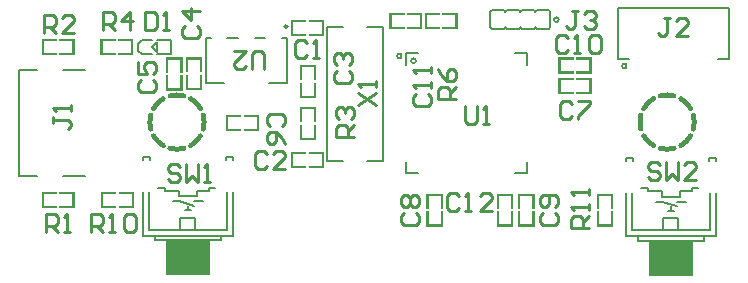
<source format=gto>
G04 Layer_Color=65535*
%FSLAX43Y43*%
%MOMM*%
G71*
G01*
G75*
%ADD21C,0.200*%
%ADD33C,0.400*%
%ADD34C,0.250*%
%ADD35C,0.254*%
G36*
X35175Y82950D02*
Y81750D01*
X33875D01*
Y81950D01*
X34975D01*
Y82950D01*
X33875D01*
Y83150D01*
X35175D01*
Y82950D01*
D02*
G37*
G36*
X49750Y86325D02*
X48650D01*
Y85325D01*
X49750D01*
Y85125D01*
X48450D01*
Y85325D01*
Y86325D01*
Y86525D01*
X49750D01*
Y86325D01*
D02*
G37*
G36*
X33675Y82950D02*
X32575D01*
Y81950D01*
X33675D01*
Y81750D01*
X32375D01*
Y81950D01*
Y82950D01*
Y83150D01*
X33675D01*
Y82950D01*
D02*
G37*
G36*
X28650D02*
X27550D01*
Y81950D01*
X28650D01*
Y81750D01*
X27350D01*
Y81950D01*
Y82950D01*
Y83150D01*
X28650D01*
Y82950D01*
D02*
G37*
G36*
X30150D02*
Y81750D01*
X28850D01*
Y81950D01*
X29950D01*
Y82950D01*
X28850D01*
Y83150D01*
X30150D01*
Y82950D01*
D02*
G37*
G36*
X45750Y89475D02*
Y88275D01*
X44450D01*
Y88475D01*
X45550D01*
Y89475D01*
X44450D01*
Y89675D01*
X45750D01*
Y89475D01*
D02*
G37*
G36*
X50584Y90128D02*
Y89028D01*
X50384D01*
Y90128D01*
X49384D01*
Y89028D01*
X49184D01*
Y90128D01*
Y90328D01*
X50584D01*
Y90128D01*
D02*
G37*
G36*
X44250Y89475D02*
X43150D01*
Y88475D01*
X44250D01*
Y88275D01*
X42950D01*
Y88475D01*
Y89475D01*
Y89675D01*
X44250D01*
Y89475D01*
D02*
G37*
G36*
X51250Y86325D02*
Y85125D01*
X49950D01*
Y85325D01*
X51050D01*
Y86325D01*
X49950D01*
Y86525D01*
X51250D01*
Y86325D01*
D02*
G37*
G36*
X50584Y87728D02*
Y87528D01*
X49184D01*
Y87728D01*
Y88828D01*
X49384D01*
Y87728D01*
X50384D01*
Y88828D01*
X50584D01*
Y87728D01*
D02*
G37*
G36*
X67275Y80200D02*
X65875D01*
Y81500D01*
X66075D01*
Y80400D01*
X67075D01*
Y81500D01*
X67275D01*
Y80200D01*
D02*
G37*
G36*
X69075D02*
X67675D01*
Y81500D01*
X67875D01*
Y80400D01*
X68875D01*
Y81500D01*
X69075D01*
Y80200D01*
D02*
G37*
G36*
X61325D02*
X59925D01*
Y81500D01*
X60125D01*
Y80400D01*
X61125D01*
Y81500D01*
X61325D01*
Y80200D01*
D02*
G37*
G36*
X82376Y76099D02*
X78876D01*
Y79020D01*
X82376D01*
Y76099D01*
D02*
G37*
G36*
X41475Y76158D02*
X37975D01*
Y79079D01*
X41475D01*
Y76158D01*
D02*
G37*
G36*
X69075Y82800D02*
Y81700D01*
X68875D01*
Y82800D01*
X67875D01*
Y81700D01*
X67675D01*
Y82800D01*
Y83000D01*
X69075D01*
Y82800D01*
D02*
G37*
G36*
X75750D02*
Y81700D01*
X75550D01*
Y82800D01*
X74550D01*
Y81700D01*
X74350D01*
Y82800D01*
Y83000D01*
X75750D01*
Y82800D01*
D02*
G37*
G36*
X67275D02*
Y81700D01*
X67075D01*
Y82800D01*
X66075D01*
Y81700D01*
X65875D01*
Y82800D01*
Y83000D01*
X67275D01*
Y82800D01*
D02*
G37*
G36*
X75750Y80400D02*
Y80200D01*
X74350D01*
Y80400D01*
Y81500D01*
X74550D01*
Y80400D01*
X75550D01*
Y81500D01*
X75750D01*
Y80400D01*
D02*
G37*
G36*
X61325Y82800D02*
Y81700D01*
X61125D01*
Y82800D01*
X60125D01*
Y81700D01*
X59925D01*
Y82800D01*
Y83000D01*
X61325D01*
Y82800D01*
D02*
G37*
G36*
X35100Y95900D02*
Y94700D01*
X33800D01*
Y94900D01*
X34900D01*
Y95900D01*
X33800D01*
Y96100D01*
X35100D01*
Y95900D01*
D02*
G37*
G36*
X49750Y97525D02*
X48650D01*
Y96525D01*
X49750D01*
Y96325D01*
X48450D01*
Y96525D01*
Y97525D01*
Y97725D01*
X49750D01*
Y97525D01*
D02*
G37*
G36*
X33600Y95900D02*
X32500D01*
Y94900D01*
X33600D01*
Y94700D01*
X32300D01*
Y94900D01*
Y95900D01*
Y96100D01*
X33600D01*
Y95900D01*
D02*
G37*
G36*
X28650D02*
X27550D01*
Y94900D01*
X28650D01*
Y94700D01*
X27350D01*
Y94900D01*
Y95900D01*
Y96100D01*
X28650D01*
Y95900D01*
D02*
G37*
G36*
X30150D02*
Y94700D01*
X28850D01*
Y94900D01*
X29950D01*
Y95900D01*
X28850D01*
Y96100D01*
X30150D01*
Y95900D01*
D02*
G37*
G36*
X61075Y98100D02*
X59975D01*
Y97100D01*
X61075D01*
Y96900D01*
X59775D01*
Y97100D01*
Y98100D01*
Y98300D01*
X61075D01*
Y98100D01*
D02*
G37*
G36*
X62575D02*
Y96900D01*
X61275D01*
Y97100D01*
X62375D01*
Y98100D01*
X61275D01*
Y98300D01*
X62575D01*
Y98100D01*
D02*
G37*
G36*
X59575D02*
Y96900D01*
X58275D01*
Y97100D01*
X59375D01*
Y98100D01*
X58275D01*
Y98300D01*
X59575D01*
Y98100D01*
D02*
G37*
G36*
X51250Y97525D02*
Y96325D01*
X49950D01*
Y96525D01*
X51050D01*
Y97525D01*
X49950D01*
Y97725D01*
X51250D01*
Y97525D01*
D02*
G37*
G36*
X58075Y98100D02*
X56975D01*
Y97100D01*
X58075D01*
Y96900D01*
X56775D01*
Y97100D01*
Y98100D01*
Y98300D01*
X58075D01*
Y98100D01*
D02*
G37*
G36*
X39275Y91725D02*
X37875D01*
Y93025D01*
X38075D01*
Y91925D01*
X39075D01*
Y93025D01*
X39275D01*
Y91725D01*
D02*
G37*
G36*
X40950Y91750D02*
X39550D01*
Y93050D01*
X39750D01*
Y91950D01*
X40750D01*
Y93050D01*
X40950D01*
Y91750D01*
D02*
G37*
G36*
X73900Y92600D02*
Y91600D01*
Y91400D01*
X72600D01*
Y91600D01*
X73700D01*
Y92600D01*
X72600D01*
Y92800D01*
X73900D01*
Y92600D01*
D02*
G37*
G36*
X50575Y91275D02*
Y91075D01*
X49175D01*
Y91275D01*
Y92375D01*
X49375D01*
Y91275D01*
X50375D01*
Y92375D01*
X50575D01*
Y91275D01*
D02*
G37*
G36*
X72400Y92600D02*
X71300D01*
Y91600D01*
X72400D01*
Y91400D01*
X71100D01*
Y92600D01*
Y92800D01*
X72400D01*
Y92600D01*
D02*
G37*
G36*
X39275Y94325D02*
Y93225D01*
X39075D01*
Y94325D01*
X38075D01*
Y93225D01*
X37875D01*
Y94325D01*
Y94525D01*
X39275D01*
Y94325D01*
D02*
G37*
G36*
X40950Y94350D02*
Y93250D01*
X40750D01*
Y94350D01*
X39750D01*
Y93250D01*
X39550D01*
Y94350D01*
Y94550D01*
X40950D01*
Y94350D01*
D02*
G37*
G36*
X73900Y94350D02*
Y93350D01*
Y93150D01*
X72600D01*
Y93350D01*
X73700D01*
Y94350D01*
X72600D01*
Y94550D01*
X73900D01*
Y94350D01*
D02*
G37*
G36*
X50575Y93675D02*
Y92575D01*
X50375D01*
Y93675D01*
X49375D01*
Y92575D01*
X49175D01*
Y93675D01*
Y93875D01*
X50575D01*
Y93675D01*
D02*
G37*
G36*
X72400Y94350D02*
X71300D01*
Y93350D01*
X72400D01*
Y93150D01*
X71100D01*
Y94350D01*
Y94550D01*
X72400D01*
Y94350D01*
D02*
G37*
D21*
X59025Y94249D02*
G03*
X59025Y94249I-200J0D01*
G01*
X57825Y94649D02*
G03*
X57825Y94649I-200J0D01*
G01*
X76875Y93800D02*
G03*
X76875Y93800I-200J0D01*
G01*
X71123Y97725D02*
G03*
X71123Y97725I-200J0D01*
G01*
X29125Y93450D02*
X31025D01*
X29125Y84450D02*
X31025D01*
X25425D02*
X26925D01*
X25425D02*
Y93450D01*
X26925D01*
X43525Y79435D02*
Y83100D01*
X35925Y79435D02*
Y83100D01*
X39090Y79943D02*
Y80959D01*
X40360D01*
Y79943D02*
Y80959D01*
X37185Y83499D02*
X37820D01*
Y83245D02*
Y83499D01*
Y83245D02*
X38963D01*
Y82762D02*
Y83245D01*
Y82762D02*
X40487D01*
Y83245D01*
X41503D01*
Y83499D01*
X42011D01*
X38455Y82356D02*
X38963D01*
X40233Y81975D01*
Y82356D02*
X40995D01*
X39725Y81594D02*
Y81975D01*
X39471Y81594D02*
X39725D01*
X39979D01*
X36425Y79943D02*
Y83100D01*
X43025Y79943D02*
Y83100D01*
X40360Y79943D02*
X43025D01*
X39090D02*
X40360D01*
X41475Y79079D02*
X42519D01*
X41475Y76158D02*
Y79079D01*
X37975Y76158D02*
X41475D01*
X37975Y79079D02*
X41475D01*
X37975Y76158D02*
Y79079D01*
X35925Y79435D02*
X42519D01*
Y79079D02*
Y79435D01*
X36931Y79079D02*
X37975D01*
X36931D02*
Y79435D01*
X36425Y79943D02*
X39090D01*
X42519Y79435D02*
X43525D01*
X35925Y85800D02*
Y86100D01*
X36525Y85800D02*
Y86100D01*
X35925D02*
X36525D01*
X43525Y85800D02*
Y86100D01*
X42925Y85800D02*
Y86100D01*
X43525D01*
X36725Y95400D02*
X37125Y95800D01*
Y95000D02*
Y95800D01*
X36725Y95400D02*
X37125Y95000D01*
X37125Y94800D02*
X38325D01*
X37125Y96000D02*
X38325D01*
Y94800D02*
Y96000D01*
X35825D02*
X36725D01*
X35825Y94800D02*
X36725D01*
X35525Y95100D02*
X35825Y94800D01*
X35525Y95100D02*
Y95700D01*
X35825Y96000D01*
X41275Y92350D02*
X42775D01*
X41275D02*
Y96150D01*
X48075Y92350D02*
Y96150D01*
X46575Y92350D02*
X48075D01*
X47675Y96150D02*
X48075D01*
X41275D02*
X41675D01*
X43075D02*
X43975D01*
X45375D02*
X46275D01*
X51475Y85725D02*
Y97125D01*
X52875D01*
X51475Y85725D02*
X52875D01*
X54875D02*
X56275D01*
X54875Y97125D02*
X56275D01*
Y85725D02*
Y97125D01*
X68425Y93900D02*
Y94900D01*
X67425D02*
X68425D01*
X67425Y84700D02*
X68425D01*
Y85700D01*
X58225Y84700D02*
Y85700D01*
Y84700D02*
X59225D01*
X58225Y93900D02*
Y94900D01*
X59225D01*
X84426Y79376D02*
Y83041D01*
X76826Y79376D02*
Y83041D01*
X79991Y79884D02*
Y80900D01*
X81261D01*
Y79884D02*
Y80900D01*
X78086Y83440D02*
X78721D01*
Y83186D02*
Y83440D01*
Y83186D02*
X79864D01*
Y82703D02*
Y83186D01*
Y82703D02*
X81388D01*
Y83186D01*
X82404D01*
Y83440D01*
X82912D01*
X79356Y82297D02*
X79864D01*
X81134Y81916D01*
Y82297D02*
X81896D01*
X80626Y81535D02*
Y81916D01*
X80372Y81535D02*
X80626D01*
X80880D01*
X77326Y79884D02*
Y83041D01*
X83926Y79884D02*
Y83041D01*
X81261Y79884D02*
X83926D01*
X79991D02*
X81261D01*
X82376Y79020D02*
X83420D01*
X82376Y76099D02*
Y79020D01*
X78876Y76099D02*
X82376D01*
X78876Y79020D02*
X82376D01*
X78876Y76099D02*
Y79020D01*
X76826Y79376D02*
X83420D01*
Y79020D02*
Y79376D01*
X77832Y79020D02*
X78876D01*
X77832D02*
Y79376D01*
X77326Y79884D02*
X79991D01*
X83420Y79376D02*
X84426D01*
X76826Y85741D02*
Y86041D01*
X77426Y85741D02*
Y86041D01*
X76826D02*
X77426D01*
X84426Y85741D02*
Y86041D01*
X83826Y85741D02*
Y86041D01*
X84426D01*
X76125Y94400D02*
X77075D01*
X76125D02*
Y98700D01*
X85525D01*
Y94400D02*
Y98700D01*
X84575Y94400D02*
X85525D01*
X67974Y96925D02*
X69046D01*
X69145Y97090D01*
X69046Y98525D02*
X69145Y98360D01*
X67974Y98525D02*
X69046D01*
X67875Y98360D02*
X67974Y98525D01*
X67875Y97090D02*
X67974Y96925D01*
X66704D02*
X67776D01*
X67875Y97090D01*
X67776Y98525D02*
X67875Y98360D01*
X66704Y98525D02*
X67776D01*
X66605Y98360D02*
X66704Y98525D01*
X66605Y97090D02*
X66704Y96925D01*
X65434D02*
X66506D01*
X66605Y97090D01*
X66506Y98525D02*
X66605Y98360D01*
X65434Y98525D02*
X66506D01*
X65335Y98360D02*
X65434Y98525D01*
X65335Y97090D02*
X65434Y96925D01*
X69244D02*
X70316D01*
X69145Y97090D02*
X69244Y96925D01*
X69145Y98360D02*
X69244Y98525D01*
X70316D01*
X70415Y98360D01*
Y97090D02*
Y98360D01*
X70316Y96925D02*
X70415Y97090D01*
X65335D02*
Y98360D01*
D33*
X41022Y88455D02*
G03*
X41022Y89645I-2222J595D01*
G01*
X40792Y90200D02*
G03*
X39950Y91042I-1992J-1150D01*
G01*
X39395Y91272D02*
G03*
X38205Y91272I-595J-2222D01*
G01*
X37650Y91042D02*
G03*
X36808Y90200I1150J-1992D01*
G01*
X36578Y89645D02*
G03*
X36578Y88455I2222J-595D01*
G01*
X36808Y87900D02*
G03*
X37650Y87058I1992J1150D01*
G01*
X38205Y86828D02*
G03*
X39395Y86828I595J2222D01*
G01*
X39950Y87058D02*
G03*
X40792Y87900I-1150J1992D01*
G01*
X82522Y88455D02*
G03*
X82522Y89645I-2222J595D01*
G01*
X82292Y90200D02*
G03*
X81450Y91042I-1992J-1150D01*
G01*
X80895Y91272D02*
G03*
X79705Y91272I-595J-2222D01*
G01*
X79150Y91042D02*
G03*
X78308Y90200I1150J-1992D01*
G01*
X78078Y89645D02*
G03*
X78078Y88455I2222J-595D01*
G01*
X78308Y87900D02*
G03*
X79150Y87058I1992J1150D01*
G01*
X79705Y86828D02*
G03*
X80895Y86828I595J2222D01*
G01*
X81450Y87058D02*
G03*
X82292Y87900I-1150J1992D01*
G01*
D34*
X48150Y97150D02*
G03*
X48150Y97150I-125J0D01*
G01*
D35*
X49816Y95720D02*
X49562Y95974D01*
X49054D01*
X48800Y95720D01*
Y94704D01*
X49054Y94450D01*
X49562D01*
X49816Y94704D01*
X50324Y94450D02*
X50831D01*
X50577D01*
Y95974D01*
X50324Y95720D01*
X46441Y86345D02*
X46187Y86599D01*
X45679D01*
X45425Y86345D01*
Y85329D01*
X45679Y85075D01*
X46187D01*
X46441Y85329D01*
X47964Y85075D02*
X46949D01*
X47964Y86091D01*
Y86345D01*
X47710Y86599D01*
X47202D01*
X46949Y86345D01*
X52330Y93391D02*
X52076Y93137D01*
Y92629D01*
X52330Y92375D01*
X53346D01*
X53600Y92629D01*
Y93137D01*
X53346Y93391D01*
X52330Y93899D02*
X52076Y94152D01*
Y94660D01*
X52330Y94914D01*
X52584D01*
X52838Y94660D01*
Y94406D01*
Y94660D01*
X53092Y94914D01*
X53346D01*
X53600Y94660D01*
Y94152D01*
X53346Y93899D01*
X39505Y97191D02*
X39251Y96937D01*
Y96429D01*
X39505Y96175D01*
X40521D01*
X40775Y96429D01*
Y96937D01*
X40521Y97191D01*
X40775Y98460D02*
X39251D01*
X40013Y97699D01*
Y98714D01*
X35780Y92641D02*
X35526Y92387D01*
Y91879D01*
X35780Y91625D01*
X36796D01*
X37050Y91879D01*
Y92387D01*
X36796Y92641D01*
X35526Y94164D02*
Y93149D01*
X36288D01*
X36034Y93656D01*
Y93910D01*
X36288Y94164D01*
X36796D01*
X37050Y93910D01*
Y93402D01*
X36796Y93149D01*
X47695Y88709D02*
X47949Y88963D01*
Y89471D01*
X47695Y89725D01*
X46679D01*
X46425Y89471D01*
Y88963D01*
X46679Y88709D01*
X47949Y87186D02*
X47695Y87694D01*
X47187Y88201D01*
X46679D01*
X46425Y87948D01*
Y87440D01*
X46679Y87186D01*
X46933D01*
X47187Y87440D01*
Y88201D01*
X72241Y90620D02*
X71987Y90874D01*
X71479D01*
X71225Y90620D01*
Y89604D01*
X71479Y89350D01*
X71987D01*
X72241Y89604D01*
X72749Y90874D02*
X73764D01*
Y90620D01*
X72749Y89604D01*
Y89350D01*
X58030Y81316D02*
X57776Y81062D01*
Y80554D01*
X58030Y80300D01*
X59046D01*
X59300Y80554D01*
Y81062D01*
X59046Y81316D01*
X58030Y81824D02*
X57776Y82077D01*
Y82585D01*
X58030Y82839D01*
X58284D01*
X58538Y82585D01*
X58792Y82839D01*
X59046D01*
X59300Y82585D01*
Y82077D01*
X59046Y81824D01*
X58792D01*
X58538Y82077D01*
X58284Y81824D01*
X58030D01*
X58538Y82077D02*
Y82585D01*
X69755Y81366D02*
X69501Y81112D01*
Y80604D01*
X69755Y80350D01*
X70771D01*
X71025Y80604D01*
Y81112D01*
X70771Y81366D01*
Y81874D02*
X71025Y82127D01*
Y82635D01*
X70771Y82889D01*
X69755D01*
X69501Y82635D01*
Y82127D01*
X69755Y81874D01*
X70009D01*
X70263Y82127D01*
Y82889D01*
X71941Y96170D02*
X71687Y96424D01*
X71179D01*
X70925Y96170D01*
Y95154D01*
X71179Y94900D01*
X71687D01*
X71941Y95154D01*
X72449Y94900D02*
X72956D01*
X72702D01*
Y96424D01*
X72449Y96170D01*
X73718D02*
X73972Y96424D01*
X74480D01*
X74734Y96170D01*
Y95154D01*
X74480Y94900D01*
X73972D01*
X73718Y95154D01*
Y96170D01*
X59030Y91441D02*
X58776Y91187D01*
Y90679D01*
X59030Y90425D01*
X60046D01*
X60300Y90679D01*
Y91187D01*
X60046Y91441D01*
X60300Y91949D02*
Y92456D01*
Y92202D01*
X58776D01*
X59030Y91949D01*
X60300Y93218D02*
Y93726D01*
Y93472D01*
X58776D01*
X59030Y93218D01*
X62691Y82795D02*
X62437Y83049D01*
X61929D01*
X61675Y82795D01*
Y81779D01*
X61929Y81525D01*
X62437D01*
X62691Y81779D01*
X63199Y81525D02*
X63706D01*
X63452D01*
Y83049D01*
X63199Y82795D01*
X65484Y81525D02*
X64468D01*
X65484Y82541D01*
Y82795D01*
X65230Y83049D01*
X64722D01*
X64468Y82795D01*
X36100Y98399D02*
Y96875D01*
X36862D01*
X37116Y97129D01*
Y98145D01*
X36862Y98399D01*
X36100D01*
X37624Y96875D02*
X38131D01*
X37877D01*
Y98399D01*
X37624Y98145D01*
X28326Y89466D02*
Y88958D01*
Y89212D01*
X29596D01*
X29850Y88958D01*
Y88704D01*
X29596Y88450D01*
X29850Y89974D02*
Y90481D01*
Y90227D01*
X28326D01*
X28580Y89974D01*
X80566Y97874D02*
X80058D01*
X80312D01*
Y96604D01*
X80058Y96350D01*
X79804D01*
X79550Y96604D01*
X82089Y96350D02*
X81074D01*
X82089Y97366D01*
Y97620D01*
X81835Y97874D01*
X81327D01*
X81074Y97620D01*
X27725Y79750D02*
Y81274D01*
X28487D01*
X28741Y81020D01*
Y80512D01*
X28487Y80258D01*
X27725D01*
X28233D02*
X28741Y79750D01*
X29249D02*
X29756D01*
X29502D01*
Y81274D01*
X29249Y81020D01*
X27525Y96600D02*
Y98124D01*
X28287D01*
X28541Y97870D01*
Y97362D01*
X28287Y97108D01*
X27525D01*
X28033D02*
X28541Y96600D01*
X30064D02*
X29049D01*
X30064Y97616D01*
Y97870D01*
X29810Y98124D01*
X29302D01*
X29049Y97870D01*
X53825Y87750D02*
X52301D01*
Y88512D01*
X52555Y88766D01*
X53063D01*
X53317Y88512D01*
Y87750D01*
Y88258D02*
X53825Y88766D01*
X52555Y89274D02*
X52301Y89527D01*
Y90035D01*
X52555Y90289D01*
X52809D01*
X53063Y90035D01*
Y89781D01*
Y90035D01*
X53317Y90289D01*
X53571D01*
X53825Y90035D01*
Y89527D01*
X53571Y89274D01*
X32544Y96860D02*
Y98384D01*
X33306D01*
X33560Y98130D01*
Y97622D01*
X33306Y97368D01*
X32544D01*
X33052D02*
X33560Y96860D01*
X34830D02*
Y98384D01*
X34068Y97622D01*
X35083D01*
X62425Y91000D02*
X60901D01*
Y91762D01*
X61155Y92016D01*
X61663D01*
X61917Y91762D01*
Y91000D01*
Y91508D02*
X62425Y92016D01*
X60901Y93539D02*
X61155Y93031D01*
X61663Y92524D01*
X62171D01*
X62425Y92777D01*
Y93285D01*
X62171Y93539D01*
X61917D01*
X61663Y93285D01*
Y92524D01*
X31500Y79725D02*
Y81249D01*
X32262D01*
X32516Y80995D01*
Y80487D01*
X32262Y80233D01*
X31500D01*
X32008D02*
X32516Y79725D01*
X33024D02*
X33531D01*
X33277D01*
Y81249D01*
X33024Y80995D01*
X34293D02*
X34547Y81249D01*
X35055D01*
X35309Y80995D01*
Y79979D01*
X35055Y79725D01*
X34547D01*
X34293Y79979D01*
Y80995D01*
X73725Y80075D02*
X72201D01*
Y80837D01*
X72455Y81091D01*
X72963D01*
X73217Y80837D01*
Y80075D01*
Y80583D02*
X73725Y81091D01*
Y81599D02*
Y82106D01*
Y81852D01*
X72201D01*
X72455Y81599D01*
X73725Y82868D02*
Y83376D01*
Y83122D01*
X72201D01*
X72455Y82868D01*
X39041Y85245D02*
X38787Y85499D01*
X38279D01*
X38025Y85245D01*
Y84991D01*
X38279Y84737D01*
X38787D01*
X39041Y84483D01*
Y84229D01*
X38787Y83975D01*
X38279D01*
X38025Y84229D01*
X39549Y85499D02*
Y83975D01*
X40056Y84483D01*
X40564Y83975D01*
Y85499D01*
X41072Y83975D02*
X41580D01*
X41326D01*
Y85499D01*
X41072Y85245D01*
X79716Y85420D02*
X79462Y85674D01*
X78954D01*
X78700Y85420D01*
Y85166D01*
X78954Y84912D01*
X79462D01*
X79716Y84658D01*
Y84404D01*
X79462Y84150D01*
X78954D01*
X78700Y84404D01*
X80224Y85674D02*
Y84150D01*
X80731Y84658D01*
X81239Y84150D01*
Y85674D01*
X82763Y84150D02*
X81747D01*
X82763Y85166D01*
Y85420D01*
X82509Y85674D01*
X82001D01*
X81747Y85420D01*
X63225Y90374D02*
Y89104D01*
X63479Y88850D01*
X63987D01*
X64241Y89104D01*
Y90374D01*
X64749Y88850D02*
X65256D01*
X65002D01*
Y90374D01*
X64749Y90120D01*
X46175Y93526D02*
Y94796D01*
X45921Y95050D01*
X45413D01*
X45159Y94796D01*
Y93526D01*
X43636Y95050D02*
X44651D01*
X43636Y94034D01*
Y93780D01*
X43890Y93526D01*
X44398D01*
X44651Y93780D01*
X54126Y90525D02*
X55650Y91541D01*
X54126D02*
X55650Y90525D01*
Y92049D02*
Y92556D01*
Y92302D01*
X54126D01*
X54380Y92049D01*
X72741Y98424D02*
X72233D01*
X72487D01*
Y97154D01*
X72233Y96900D01*
X71979D01*
X71725Y97154D01*
X73249Y98170D02*
X73502Y98424D01*
X74010D01*
X74264Y98170D01*
Y97916D01*
X74010Y97662D01*
X73756D01*
X74010D01*
X74264Y97408D01*
Y97154D01*
X74010Y96900D01*
X73502D01*
X73249Y97154D01*
M02*

</source>
